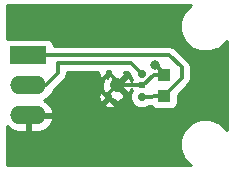
<source format=gtl>
G04 #@! TF.FileFunction,Copper,L1,Top,Signal*
%FSLAX46Y46*%
G04 Gerber Fmt 4.6, Leading zero omitted, Abs format (unit mm)*
G04 Created by KiCad (PCBNEW 4.0.1-stable) date 2017/04/29 18:05:00*
%MOMM*%
G01*
G04 APERTURE LIST*
%ADD10C,0.100000*%
%ADD11R,1.079500X1.049020*%
%ADD12R,3.048000X1.524000*%
%ADD13O,3.048000X1.524000*%
%ADD14C,0.562000*%
%ADD15C,0.723000*%
%ADD16C,1.224000*%
%ADD17C,0.612000*%
%ADD18C,0.800000*%
%ADD19C,0.300000*%
%ADD20C,0.254000*%
G04 APERTURE END LIST*
D10*
D11*
X154000000Y-112373760D03*
X154000000Y-110626240D03*
D12*
X142500000Y-108960000D03*
D13*
X142500000Y-111500000D03*
X142500000Y-114040000D03*
D14*
X149366000Y-112515000D03*
X149366000Y-110485000D03*
D15*
X152103000Y-112466000D03*
X152103000Y-110534000D03*
D16*
X150000000Y-111500000D03*
D17*
X152103000Y-111500000D03*
D18*
X151250000Y-115750000D03*
X153250000Y-109750000D03*
X146500000Y-106000000D03*
D19*
X153017700Y-112466000D02*
X153109900Y-112373800D01*
X152103000Y-112466000D02*
X153017700Y-112466000D01*
X154000000Y-112373800D02*
X153109900Y-112373800D01*
X155500000Y-110873800D02*
X154000000Y-112373800D01*
X155500000Y-110000000D02*
X155500000Y-110873800D01*
X154460000Y-108960000D02*
X155500000Y-110000000D01*
X142500000Y-108960000D02*
X154460000Y-108960000D01*
X154000000Y-110626240D02*
X154000000Y-110500000D01*
X154000000Y-110500000D02*
X153250000Y-109750000D01*
X150000000Y-111119000D02*
X149366000Y-110485000D01*
X150000000Y-111500000D02*
X150000000Y-111119000D01*
X149366000Y-112134000D02*
X149366000Y-112515000D01*
X150000000Y-111500000D02*
X149366000Y-112134000D01*
X150000000Y-111500000D02*
X152103000Y-111500000D01*
X152236100Y-111500000D02*
X153109900Y-110626200D01*
X152103000Y-111500000D02*
X152236100Y-111500000D01*
X154000000Y-110626200D02*
X153109900Y-110626200D01*
X147841000Y-114040000D02*
X149366000Y-112515000D01*
X142500000Y-114040000D02*
X147841000Y-114040000D01*
X145000000Y-109600200D02*
X145000000Y-110500000D01*
X152103000Y-110534000D02*
X151169200Y-109600200D01*
X151169200Y-109600200D02*
X145000000Y-109600200D01*
X145000000Y-110500000D02*
X144000000Y-111500000D01*
X144000000Y-111500000D02*
X142500000Y-111500000D01*
D20*
G36*
X155691091Y-105289041D02*
X155365372Y-106073459D01*
X155364630Y-106922815D01*
X155688980Y-107707800D01*
X156289041Y-108308909D01*
X157073459Y-108634628D01*
X157922815Y-108635370D01*
X158707800Y-108311020D01*
X159290000Y-107729835D01*
X159290000Y-115271143D01*
X158710959Y-114691091D01*
X157926541Y-114365372D01*
X157077185Y-114364630D01*
X156292200Y-114688980D01*
X155691091Y-115289041D01*
X155365372Y-116073459D01*
X155364630Y-116922815D01*
X155688980Y-117707800D01*
X156270165Y-118290000D01*
X140710000Y-118290000D01*
X140710000Y-114978136D01*
X141086059Y-115282059D01*
X141611000Y-115437000D01*
X142373000Y-115437000D01*
X142373000Y-114167000D01*
X142627000Y-114167000D01*
X142627000Y-115437000D01*
X143389000Y-115437000D01*
X143913941Y-115282059D01*
X144339630Y-114938026D01*
X144601260Y-114457277D01*
X144616220Y-114383070D01*
X144493720Y-114167000D01*
X142627000Y-114167000D01*
X142373000Y-114167000D01*
X142353000Y-114167000D01*
X142353000Y-113913000D01*
X142373000Y-113913000D01*
X142373000Y-113893000D01*
X142627000Y-113893000D01*
X142627000Y-113913000D01*
X144493720Y-113913000D01*
X144616220Y-113696930D01*
X144601260Y-113622723D01*
X144341573Y-113145543D01*
X148915062Y-113145543D01*
X148924885Y-113338209D01*
X149273491Y-113444353D01*
X149636181Y-113409013D01*
X149807115Y-113338209D01*
X149816938Y-113145543D01*
X149366000Y-112694605D01*
X148915062Y-113145543D01*
X144341573Y-113145543D01*
X144339630Y-113141974D01*
X143913941Y-112797941D01*
X143854338Y-112780349D01*
X144292125Y-112487828D01*
X144335781Y-112422491D01*
X148436647Y-112422491D01*
X148471987Y-112785181D01*
X148542791Y-112956115D01*
X148735457Y-112965938D01*
X149186395Y-112515000D01*
X148735457Y-112064062D01*
X148542791Y-112073885D01*
X148436647Y-112422491D01*
X144335781Y-112422491D01*
X144594957Y-112034609D01*
X144599776Y-112010382D01*
X145555079Y-111055079D01*
X145725245Y-110800406D01*
X145785001Y-110500000D01*
X145785000Y-110499995D01*
X145785000Y-110385200D01*
X148438867Y-110385200D01*
X148436647Y-110392491D01*
X148471987Y-110755181D01*
X148542791Y-110926115D01*
X148735457Y-110935938D01*
X149186395Y-110485000D01*
X149172253Y-110470858D01*
X149257910Y-110385200D01*
X149399441Y-110385200D01*
X149359155Y-110401887D01*
X149308161Y-110628556D01*
X149355105Y-110675500D01*
X149175500Y-110855105D01*
X149128556Y-110808161D01*
X148901887Y-110859155D01*
X148740236Y-111328166D01*
X148770371Y-111823337D01*
X148901887Y-112140845D01*
X149128556Y-112191839D01*
X149175500Y-112144895D01*
X149355105Y-112324500D01*
X149308161Y-112371444D01*
X149359155Y-112598113D01*
X149770490Y-112739885D01*
X149996543Y-112965938D01*
X150189209Y-112956115D01*
X150256939Y-112733670D01*
X150323337Y-112729629D01*
X150640845Y-112598113D01*
X150691839Y-112371444D01*
X150000000Y-111679605D01*
X149815881Y-111863724D01*
X149807115Y-111691791D01*
X149670271Y-111650124D01*
X149820395Y-111500000D01*
X149680889Y-111360494D01*
X149807115Y-111308209D01*
X149815881Y-111136276D01*
X150000000Y-111320395D01*
X150691839Y-110628556D01*
X150640845Y-110401887D01*
X150592430Y-110385200D01*
X150844042Y-110385200D01*
X151106400Y-110647558D01*
X151106327Y-110731347D01*
X151248909Y-111076422D01*
X151222956Y-111160554D01*
X151098113Y-110859155D01*
X150871444Y-110808161D01*
X150179605Y-111500000D01*
X150871444Y-112191839D01*
X151098113Y-112140845D01*
X151205906Y-111828096D01*
X151247345Y-111928139D01*
X151106673Y-112266914D01*
X151106327Y-112663347D01*
X151257715Y-113029735D01*
X151537791Y-113310299D01*
X151903914Y-113462327D01*
X152300347Y-113462673D01*
X152666735Y-113311285D01*
X152727125Y-113251000D01*
X152932641Y-113251000D01*
X152996160Y-113349711D01*
X153208360Y-113494701D01*
X153460250Y-113545710D01*
X154539750Y-113545710D01*
X154775067Y-113501432D01*
X154991191Y-113362360D01*
X155136181Y-113150160D01*
X155187190Y-112898270D01*
X155187190Y-112296768D01*
X156055079Y-111428879D01*
X156225245Y-111174207D01*
X156285000Y-110873800D01*
X156285000Y-110000000D01*
X156265229Y-109900606D01*
X156225245Y-109699593D01*
X156055079Y-109444921D01*
X155015079Y-108404921D01*
X154760407Y-108234755D01*
X154460000Y-108175000D01*
X144667112Y-108175000D01*
X144627162Y-107962683D01*
X144488090Y-107746559D01*
X144275890Y-107601569D01*
X144024000Y-107550560D01*
X140976000Y-107550560D01*
X140740683Y-107594838D01*
X140710000Y-107614582D01*
X140710000Y-104710000D01*
X156271143Y-104710000D01*
X155691091Y-105289041D01*
X155691091Y-105289041D01*
G37*
X155691091Y-105289041D02*
X155365372Y-106073459D01*
X155364630Y-106922815D01*
X155688980Y-107707800D01*
X156289041Y-108308909D01*
X157073459Y-108634628D01*
X157922815Y-108635370D01*
X158707800Y-108311020D01*
X159290000Y-107729835D01*
X159290000Y-115271143D01*
X158710959Y-114691091D01*
X157926541Y-114365372D01*
X157077185Y-114364630D01*
X156292200Y-114688980D01*
X155691091Y-115289041D01*
X155365372Y-116073459D01*
X155364630Y-116922815D01*
X155688980Y-117707800D01*
X156270165Y-118290000D01*
X140710000Y-118290000D01*
X140710000Y-114978136D01*
X141086059Y-115282059D01*
X141611000Y-115437000D01*
X142373000Y-115437000D01*
X142373000Y-114167000D01*
X142627000Y-114167000D01*
X142627000Y-115437000D01*
X143389000Y-115437000D01*
X143913941Y-115282059D01*
X144339630Y-114938026D01*
X144601260Y-114457277D01*
X144616220Y-114383070D01*
X144493720Y-114167000D01*
X142627000Y-114167000D01*
X142373000Y-114167000D01*
X142353000Y-114167000D01*
X142353000Y-113913000D01*
X142373000Y-113913000D01*
X142373000Y-113893000D01*
X142627000Y-113893000D01*
X142627000Y-113913000D01*
X144493720Y-113913000D01*
X144616220Y-113696930D01*
X144601260Y-113622723D01*
X144341573Y-113145543D01*
X148915062Y-113145543D01*
X148924885Y-113338209D01*
X149273491Y-113444353D01*
X149636181Y-113409013D01*
X149807115Y-113338209D01*
X149816938Y-113145543D01*
X149366000Y-112694605D01*
X148915062Y-113145543D01*
X144341573Y-113145543D01*
X144339630Y-113141974D01*
X143913941Y-112797941D01*
X143854338Y-112780349D01*
X144292125Y-112487828D01*
X144335781Y-112422491D01*
X148436647Y-112422491D01*
X148471987Y-112785181D01*
X148542791Y-112956115D01*
X148735457Y-112965938D01*
X149186395Y-112515000D01*
X148735457Y-112064062D01*
X148542791Y-112073885D01*
X148436647Y-112422491D01*
X144335781Y-112422491D01*
X144594957Y-112034609D01*
X144599776Y-112010382D01*
X145555079Y-111055079D01*
X145725245Y-110800406D01*
X145785001Y-110500000D01*
X145785000Y-110499995D01*
X145785000Y-110385200D01*
X148438867Y-110385200D01*
X148436647Y-110392491D01*
X148471987Y-110755181D01*
X148542791Y-110926115D01*
X148735457Y-110935938D01*
X149186395Y-110485000D01*
X149172253Y-110470858D01*
X149257910Y-110385200D01*
X149399441Y-110385200D01*
X149359155Y-110401887D01*
X149308161Y-110628556D01*
X149355105Y-110675500D01*
X149175500Y-110855105D01*
X149128556Y-110808161D01*
X148901887Y-110859155D01*
X148740236Y-111328166D01*
X148770371Y-111823337D01*
X148901887Y-112140845D01*
X149128556Y-112191839D01*
X149175500Y-112144895D01*
X149355105Y-112324500D01*
X149308161Y-112371444D01*
X149359155Y-112598113D01*
X149770490Y-112739885D01*
X149996543Y-112965938D01*
X150189209Y-112956115D01*
X150256939Y-112733670D01*
X150323337Y-112729629D01*
X150640845Y-112598113D01*
X150691839Y-112371444D01*
X150000000Y-111679605D01*
X149815881Y-111863724D01*
X149807115Y-111691791D01*
X149670271Y-111650124D01*
X149820395Y-111500000D01*
X149680889Y-111360494D01*
X149807115Y-111308209D01*
X149815881Y-111136276D01*
X150000000Y-111320395D01*
X150691839Y-110628556D01*
X150640845Y-110401887D01*
X150592430Y-110385200D01*
X150844042Y-110385200D01*
X151106400Y-110647558D01*
X151106327Y-110731347D01*
X151248909Y-111076422D01*
X151222956Y-111160554D01*
X151098113Y-110859155D01*
X150871444Y-110808161D01*
X150179605Y-111500000D01*
X150871444Y-112191839D01*
X151098113Y-112140845D01*
X151205906Y-111828096D01*
X151247345Y-111928139D01*
X151106673Y-112266914D01*
X151106327Y-112663347D01*
X151257715Y-113029735D01*
X151537791Y-113310299D01*
X151903914Y-113462327D01*
X152300347Y-113462673D01*
X152666735Y-113311285D01*
X152727125Y-113251000D01*
X152932641Y-113251000D01*
X152996160Y-113349711D01*
X153208360Y-113494701D01*
X153460250Y-113545710D01*
X154539750Y-113545710D01*
X154775067Y-113501432D01*
X154991191Y-113362360D01*
X155136181Y-113150160D01*
X155187190Y-112898270D01*
X155187190Y-112296768D01*
X156055079Y-111428879D01*
X156225245Y-111174207D01*
X156285000Y-110873800D01*
X156285000Y-110000000D01*
X156265229Y-109900606D01*
X156225245Y-109699593D01*
X156055079Y-109444921D01*
X155015079Y-108404921D01*
X154760407Y-108234755D01*
X154460000Y-108175000D01*
X144667112Y-108175000D01*
X144627162Y-107962683D01*
X144488090Y-107746559D01*
X144275890Y-107601569D01*
X144024000Y-107550560D01*
X140976000Y-107550560D01*
X140740683Y-107594838D01*
X140710000Y-107614582D01*
X140710000Y-104710000D01*
X156271143Y-104710000D01*
X155691091Y-105289041D01*
G36*
X154127000Y-110499240D02*
X154147000Y-110499240D01*
X154147000Y-110753240D01*
X154127000Y-110753240D01*
X154127000Y-110773240D01*
X153873000Y-110773240D01*
X153873000Y-110753240D01*
X153853000Y-110753240D01*
X153853000Y-110499240D01*
X153873000Y-110499240D01*
X153873000Y-110479240D01*
X154127000Y-110479240D01*
X154127000Y-110499240D01*
X154127000Y-110499240D01*
G37*
X154127000Y-110499240D02*
X154147000Y-110499240D01*
X154147000Y-110753240D01*
X154127000Y-110753240D01*
X154127000Y-110773240D01*
X153873000Y-110773240D01*
X153873000Y-110753240D01*
X153853000Y-110753240D01*
X153853000Y-110499240D01*
X153873000Y-110499240D01*
X153873000Y-110479240D01*
X154127000Y-110479240D01*
X154127000Y-110499240D01*
M02*

</source>
